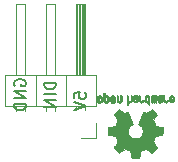
<source format=gbr>
%TF.GenerationSoftware,KiCad,Pcbnew,5.1.9-73d0e3b20d~88~ubuntu20.04.1*%
%TF.CreationDate,2021-04-06T18:29:42+02:00*%
%TF.ProjectId,AB_LED_PCB,41425f4c-4544-45f5-9043-422e6b696361,rev?*%
%TF.SameCoordinates,Original*%
%TF.FileFunction,Legend,Bot*%
%TF.FilePolarity,Positive*%
%FSLAX46Y46*%
G04 Gerber Fmt 4.6, Leading zero omitted, Abs format (unit mm)*
G04 Created by KiCad (PCBNEW 5.1.9-73d0e3b20d~88~ubuntu20.04.1) date 2021-04-06 18:29:42*
%MOMM*%
%LPD*%
G01*
G04 APERTURE LIST*
%ADD10C,0.150000*%
%ADD11C,0.010000*%
%ADD12C,0.120000*%
G04 APERTURE END LIST*
D10*
X154757380Y-99560190D02*
X153757380Y-99560190D01*
X153757380Y-99798285D01*
X153805000Y-99941142D01*
X153900238Y-100036380D01*
X153995476Y-100084000D01*
X154185952Y-100131619D01*
X154328809Y-100131619D01*
X154519285Y-100084000D01*
X154614523Y-100036380D01*
X154709761Y-99941142D01*
X154757380Y-99798285D01*
X154757380Y-99560190D01*
X154757380Y-100560190D02*
X153757380Y-100560190D01*
X154757380Y-101036380D02*
X153757380Y-101036380D01*
X154757380Y-101607809D01*
X153757380Y-101607809D01*
X156297380Y-100901523D02*
X156297380Y-100425333D01*
X156773571Y-100377714D01*
X156725952Y-100425333D01*
X156678333Y-100520571D01*
X156678333Y-100758666D01*
X156725952Y-100853904D01*
X156773571Y-100901523D01*
X156868809Y-100949142D01*
X157106904Y-100949142D01*
X157202142Y-100901523D01*
X157249761Y-100853904D01*
X157297380Y-100758666D01*
X157297380Y-100520571D01*
X157249761Y-100425333D01*
X157202142Y-100377714D01*
X156297380Y-101234857D02*
X157297380Y-101568190D01*
X156297380Y-101901523D01*
X151265000Y-99822095D02*
X151217380Y-99726857D01*
X151217380Y-99584000D01*
X151265000Y-99441142D01*
X151360238Y-99345904D01*
X151455476Y-99298285D01*
X151645952Y-99250666D01*
X151788809Y-99250666D01*
X151979285Y-99298285D01*
X152074523Y-99345904D01*
X152169761Y-99441142D01*
X152217380Y-99584000D01*
X152217380Y-99679238D01*
X152169761Y-99822095D01*
X152122142Y-99869714D01*
X151788809Y-99869714D01*
X151788809Y-99679238D01*
X152217380Y-100298285D02*
X151217380Y-100298285D01*
X152217380Y-100869714D01*
X151217380Y-100869714D01*
X152217380Y-101345904D02*
X151217380Y-101345904D01*
X151217380Y-101584000D01*
X151265000Y-101726857D01*
X151360238Y-101822095D01*
X151455476Y-101869714D01*
X151645952Y-101917333D01*
X151788809Y-101917333D01*
X151979285Y-101869714D01*
X152074523Y-101822095D01*
X152169761Y-101726857D01*
X152217380Y-101584000D01*
X152217380Y-101345904D01*
D11*
%TO.C,SYM1*%
G36*
X161584410Y-105945152D02*
G01*
X161662954Y-105944722D01*
X161719798Y-105943558D01*
X161758605Y-105941293D01*
X161783038Y-105937560D01*
X161796762Y-105931994D01*
X161803440Y-105924227D01*
X161806736Y-105913895D01*
X161807056Y-105912557D01*
X161812062Y-105888421D01*
X161821329Y-105840799D01*
X161833892Y-105774759D01*
X161848787Y-105695372D01*
X161865051Y-105607704D01*
X161865619Y-105604625D01*
X161881910Y-105518711D01*
X161897152Y-105442804D01*
X161910361Y-105381455D01*
X161920554Y-105339218D01*
X161926748Y-105320645D01*
X161927043Y-105320316D01*
X161945288Y-105311247D01*
X161982905Y-105296133D01*
X162031771Y-105278238D01*
X162032043Y-105278142D01*
X162093593Y-105255007D01*
X162166157Y-105225535D01*
X162234557Y-105195903D01*
X162237794Y-105194438D01*
X162349202Y-105143874D01*
X162595899Y-105312340D01*
X162671577Y-105363697D01*
X162740131Y-105409611D01*
X162797588Y-105447470D01*
X162839976Y-105474663D01*
X162863325Y-105488579D01*
X162865542Y-105489611D01*
X162882510Y-105485016D01*
X162914201Y-105462845D01*
X162961852Y-105422053D01*
X163026698Y-105361595D01*
X163092897Y-105297273D01*
X163156714Y-105233888D01*
X163213829Y-105176049D01*
X163260805Y-105127325D01*
X163294203Y-105091290D01*
X163310585Y-105071516D01*
X163311194Y-105070498D01*
X163313005Y-105056928D01*
X163306183Y-105034767D01*
X163289040Y-105001022D01*
X163259893Y-104952700D01*
X163217055Y-104886808D01*
X163159948Y-104801983D01*
X163109266Y-104727323D01*
X163063961Y-104660360D01*
X163026650Y-104604984D01*
X162999952Y-104565080D01*
X162986485Y-104544538D01*
X162985637Y-104543144D01*
X162987281Y-104523462D01*
X162999745Y-104485207D01*
X163020548Y-104435611D01*
X163027962Y-104419772D01*
X163060314Y-104349210D01*
X163094828Y-104269147D01*
X163122865Y-104199871D01*
X163143068Y-104148455D01*
X163159115Y-104109381D01*
X163168388Y-104088959D01*
X163169541Y-104087386D01*
X163186596Y-104084779D01*
X163226798Y-104077637D01*
X163284802Y-104066977D01*
X163355263Y-104053815D01*
X163432835Y-104039167D01*
X163512172Y-104024051D01*
X163587931Y-104009482D01*
X163654764Y-103996478D01*
X163707328Y-103986055D01*
X163740276Y-103979230D01*
X163748357Y-103977301D01*
X163756705Y-103972538D01*
X163763006Y-103961782D01*
X163767545Y-103941402D01*
X163770604Y-103907766D01*
X163772467Y-103857245D01*
X163773418Y-103786208D01*
X163773740Y-103691024D01*
X163773757Y-103652008D01*
X163773757Y-103334701D01*
X163697557Y-103319661D01*
X163655163Y-103311505D01*
X163591900Y-103299601D01*
X163515462Y-103285384D01*
X163433543Y-103270290D01*
X163410900Y-103266145D01*
X163335306Y-103251447D01*
X163269453Y-103236995D01*
X163218866Y-103224125D01*
X163189074Y-103214178D01*
X163184112Y-103211213D01*
X163171926Y-103190217D01*
X163154453Y-103149533D01*
X163135077Y-103097178D01*
X163131234Y-103085900D01*
X163105839Y-103015977D01*
X163074317Y-102937082D01*
X163043469Y-102866234D01*
X163043317Y-102865905D01*
X162991947Y-102754767D01*
X163160899Y-102506247D01*
X163329852Y-102257728D01*
X163112929Y-102040442D01*
X163047319Y-101975774D01*
X162987479Y-101918767D01*
X162936767Y-101872467D01*
X162898546Y-101839916D01*
X162876175Y-101824157D01*
X162872966Y-101823157D01*
X162854126Y-101831031D01*
X162815680Y-101852922D01*
X162761830Y-101886233D01*
X162696776Y-101928369D01*
X162626440Y-101975557D01*
X162555055Y-102023690D01*
X162491408Y-102065572D01*
X162439541Y-102098629D01*
X162403495Y-102120282D01*
X162387367Y-102127957D01*
X162367689Y-102121463D01*
X162330375Y-102104350D01*
X162283121Y-102080174D01*
X162278112Y-102077487D01*
X162214477Y-102045573D01*
X162170841Y-102029921D01*
X162143702Y-102029755D01*
X162129557Y-102044296D01*
X162129475Y-102044500D01*
X162122405Y-102061721D01*
X162105542Y-102102601D01*
X162080195Y-102163975D01*
X162047671Y-102242681D01*
X162009278Y-102335553D01*
X161966322Y-102439428D01*
X161924722Y-102539998D01*
X161879004Y-102650984D01*
X161837026Y-102753797D01*
X161800048Y-102845285D01*
X161769327Y-102922299D01*
X161746122Y-102981685D01*
X161731690Y-103020291D01*
X161727243Y-103034700D01*
X161738396Y-103051228D01*
X161767569Y-103077570D01*
X161806471Y-103106613D01*
X161917257Y-103198461D01*
X162003851Y-103303741D01*
X162065216Y-103420234D01*
X162100315Y-103545724D01*
X162108108Y-103677993D01*
X162102443Y-103739043D01*
X162071578Y-103865705D01*
X162018420Y-103977559D01*
X161946267Y-104073499D01*
X161858417Y-104152424D01*
X161758165Y-104213230D01*
X161648810Y-104254813D01*
X161533647Y-104276072D01*
X161415975Y-104275901D01*
X161299090Y-104253199D01*
X161186289Y-104206862D01*
X161080869Y-104135787D01*
X161036868Y-104095589D01*
X160952479Y-103992371D01*
X160893722Y-103879575D01*
X160860204Y-103760490D01*
X160851535Y-103638405D01*
X160867323Y-103516607D01*
X160907178Y-103398384D01*
X160970707Y-103287025D01*
X161057521Y-103185816D01*
X161154529Y-103106613D01*
X161194937Y-103076338D01*
X161223482Y-103050281D01*
X161233757Y-103034675D01*
X161228377Y-103017657D01*
X161213075Y-102977000D01*
X161189112Y-102915858D01*
X161157744Y-102837381D01*
X161120232Y-102744720D01*
X161077833Y-102641028D01*
X161036163Y-102539974D01*
X160990190Y-102428893D01*
X160947607Y-102325959D01*
X160909721Y-102234335D01*
X160877840Y-102157184D01*
X160853271Y-102097669D01*
X160837320Y-102058956D01*
X160831410Y-102044500D01*
X160817448Y-102029815D01*
X160790440Y-102029858D01*
X160746913Y-102045401D01*
X160683390Y-102077216D01*
X160682888Y-102077487D01*
X160635060Y-102102177D01*
X160596397Y-102120162D01*
X160574595Y-102127886D01*
X160573633Y-102127957D01*
X160557221Y-102120122D01*
X160520987Y-102098335D01*
X160468974Y-102065172D01*
X160405225Y-102023209D01*
X160334560Y-101975557D01*
X160262616Y-101927309D01*
X160197774Y-101885349D01*
X160144235Y-101852273D01*
X160106197Y-101830679D01*
X160088033Y-101823157D01*
X160071308Y-101833043D01*
X160037680Y-101860674D01*
X159990510Y-101903005D01*
X159933158Y-101956995D01*
X159868984Y-102019601D01*
X159847997Y-102040517D01*
X159630999Y-102257877D01*
X159796168Y-102500280D01*
X159846364Y-102574719D01*
X159890419Y-102641528D01*
X159925862Y-102696835D01*
X159950219Y-102736771D01*
X159961022Y-102757464D01*
X159961338Y-102758937D01*
X159955643Y-102778442D01*
X159940326Y-102817678D01*
X159918037Y-102870070D01*
X159902393Y-102905145D01*
X159873141Y-102972299D01*
X159845594Y-103040142D01*
X159824237Y-103097466D01*
X159818435Y-103114928D01*
X159801952Y-103161562D01*
X159785840Y-103197595D01*
X159776990Y-103211213D01*
X159757460Y-103219548D01*
X159714834Y-103231363D01*
X159654645Y-103245319D01*
X159582422Y-103260078D01*
X159550100Y-103266145D01*
X159468022Y-103281227D01*
X159389295Y-103295831D01*
X159321609Y-103308520D01*
X159272660Y-103317858D01*
X159263443Y-103319661D01*
X159187243Y-103334701D01*
X159187243Y-103652008D01*
X159187414Y-103756346D01*
X159188116Y-103835287D01*
X159189634Y-103892462D01*
X159192249Y-103931501D01*
X159196246Y-103956035D01*
X159201909Y-103969695D01*
X159209520Y-103976111D01*
X159212643Y-103977301D01*
X159231478Y-103981520D01*
X159273088Y-103989938D01*
X159332130Y-104001539D01*
X159403257Y-104015305D01*
X159481125Y-104030220D01*
X159560387Y-104045268D01*
X159635698Y-104059431D01*
X159701713Y-104071694D01*
X159753087Y-104081039D01*
X159784475Y-104086450D01*
X159791459Y-104087386D01*
X159797785Y-104099904D01*
X159811790Y-104133254D01*
X159830855Y-104181123D01*
X159838134Y-104199871D01*
X159867496Y-104272305D01*
X159902071Y-104352330D01*
X159933037Y-104419772D01*
X159955823Y-104471341D01*
X159970982Y-104513715D01*
X159976042Y-104539666D01*
X159975236Y-104543144D01*
X159964541Y-104559564D01*
X159940120Y-104596083D01*
X159904595Y-104648813D01*
X159860587Y-104713865D01*
X159810717Y-104787349D01*
X159800856Y-104801855D01*
X159742992Y-104887796D01*
X159700456Y-104953239D01*
X159671554Y-105001196D01*
X159654590Y-105034680D01*
X159647867Y-105056705D01*
X159649690Y-105070283D01*
X159649736Y-105070369D01*
X159664086Y-105088203D01*
X159695823Y-105122683D01*
X159741510Y-105170232D01*
X159797704Y-105227278D01*
X159860968Y-105290245D01*
X159868102Y-105297273D01*
X159947830Y-105374480D01*
X160009357Y-105431170D01*
X160053921Y-105468390D01*
X160082757Y-105487185D01*
X160095458Y-105489611D01*
X160113994Y-105479029D01*
X160152461Y-105454584D01*
X160206886Y-105418888D01*
X160273298Y-105374553D01*
X160347725Y-105324189D01*
X160365101Y-105312340D01*
X160611797Y-105143874D01*
X160723206Y-105194438D01*
X160790957Y-105223905D01*
X160863683Y-105253541D01*
X160926203Y-105277170D01*
X160928957Y-105278142D01*
X160977860Y-105296043D01*
X161015557Y-105311180D01*
X161033925Y-105320290D01*
X161033956Y-105320316D01*
X161039785Y-105336783D01*
X161049692Y-105377281D01*
X161062695Y-105437258D01*
X161077809Y-105512160D01*
X161094052Y-105597436D01*
X161095381Y-105604625D01*
X161111675Y-105692486D01*
X161126633Y-105772240D01*
X161139291Y-105838819D01*
X161148686Y-105887153D01*
X161153854Y-105912175D01*
X161153944Y-105912557D01*
X161157089Y-105923201D01*
X161163204Y-105931238D01*
X161175953Y-105937033D01*
X161199000Y-105940953D01*
X161236009Y-105943365D01*
X161290644Y-105944635D01*
X161366567Y-105945129D01*
X161467444Y-105945214D01*
X161480500Y-105945214D01*
X161584410Y-105945152D01*
G37*
X161584410Y-105945152D02*
X161662954Y-105944722D01*
X161719798Y-105943558D01*
X161758605Y-105941293D01*
X161783038Y-105937560D01*
X161796762Y-105931994D01*
X161803440Y-105924227D01*
X161806736Y-105913895D01*
X161807056Y-105912557D01*
X161812062Y-105888421D01*
X161821329Y-105840799D01*
X161833892Y-105774759D01*
X161848787Y-105695372D01*
X161865051Y-105607704D01*
X161865619Y-105604625D01*
X161881910Y-105518711D01*
X161897152Y-105442804D01*
X161910361Y-105381455D01*
X161920554Y-105339218D01*
X161926748Y-105320645D01*
X161927043Y-105320316D01*
X161945288Y-105311247D01*
X161982905Y-105296133D01*
X162031771Y-105278238D01*
X162032043Y-105278142D01*
X162093593Y-105255007D01*
X162166157Y-105225535D01*
X162234557Y-105195903D01*
X162237794Y-105194438D01*
X162349202Y-105143874D01*
X162595899Y-105312340D01*
X162671577Y-105363697D01*
X162740131Y-105409611D01*
X162797588Y-105447470D01*
X162839976Y-105474663D01*
X162863325Y-105488579D01*
X162865542Y-105489611D01*
X162882510Y-105485016D01*
X162914201Y-105462845D01*
X162961852Y-105422053D01*
X163026698Y-105361595D01*
X163092897Y-105297273D01*
X163156714Y-105233888D01*
X163213829Y-105176049D01*
X163260805Y-105127325D01*
X163294203Y-105091290D01*
X163310585Y-105071516D01*
X163311194Y-105070498D01*
X163313005Y-105056928D01*
X163306183Y-105034767D01*
X163289040Y-105001022D01*
X163259893Y-104952700D01*
X163217055Y-104886808D01*
X163159948Y-104801983D01*
X163109266Y-104727323D01*
X163063961Y-104660360D01*
X163026650Y-104604984D01*
X162999952Y-104565080D01*
X162986485Y-104544538D01*
X162985637Y-104543144D01*
X162987281Y-104523462D01*
X162999745Y-104485207D01*
X163020548Y-104435611D01*
X163027962Y-104419772D01*
X163060314Y-104349210D01*
X163094828Y-104269147D01*
X163122865Y-104199871D01*
X163143068Y-104148455D01*
X163159115Y-104109381D01*
X163168388Y-104088959D01*
X163169541Y-104087386D01*
X163186596Y-104084779D01*
X163226798Y-104077637D01*
X163284802Y-104066977D01*
X163355263Y-104053815D01*
X163432835Y-104039167D01*
X163512172Y-104024051D01*
X163587931Y-104009482D01*
X163654764Y-103996478D01*
X163707328Y-103986055D01*
X163740276Y-103979230D01*
X163748357Y-103977301D01*
X163756705Y-103972538D01*
X163763006Y-103961782D01*
X163767545Y-103941402D01*
X163770604Y-103907766D01*
X163772467Y-103857245D01*
X163773418Y-103786208D01*
X163773740Y-103691024D01*
X163773757Y-103652008D01*
X163773757Y-103334701D01*
X163697557Y-103319661D01*
X163655163Y-103311505D01*
X163591900Y-103299601D01*
X163515462Y-103285384D01*
X163433543Y-103270290D01*
X163410900Y-103266145D01*
X163335306Y-103251447D01*
X163269453Y-103236995D01*
X163218866Y-103224125D01*
X163189074Y-103214178D01*
X163184112Y-103211213D01*
X163171926Y-103190217D01*
X163154453Y-103149533D01*
X163135077Y-103097178D01*
X163131234Y-103085900D01*
X163105839Y-103015977D01*
X163074317Y-102937082D01*
X163043469Y-102866234D01*
X163043317Y-102865905D01*
X162991947Y-102754767D01*
X163160899Y-102506247D01*
X163329852Y-102257728D01*
X163112929Y-102040442D01*
X163047319Y-101975774D01*
X162987479Y-101918767D01*
X162936767Y-101872467D01*
X162898546Y-101839916D01*
X162876175Y-101824157D01*
X162872966Y-101823157D01*
X162854126Y-101831031D01*
X162815680Y-101852922D01*
X162761830Y-101886233D01*
X162696776Y-101928369D01*
X162626440Y-101975557D01*
X162555055Y-102023690D01*
X162491408Y-102065572D01*
X162439541Y-102098629D01*
X162403495Y-102120282D01*
X162387367Y-102127957D01*
X162367689Y-102121463D01*
X162330375Y-102104350D01*
X162283121Y-102080174D01*
X162278112Y-102077487D01*
X162214477Y-102045573D01*
X162170841Y-102029921D01*
X162143702Y-102029755D01*
X162129557Y-102044296D01*
X162129475Y-102044500D01*
X162122405Y-102061721D01*
X162105542Y-102102601D01*
X162080195Y-102163975D01*
X162047671Y-102242681D01*
X162009278Y-102335553D01*
X161966322Y-102439428D01*
X161924722Y-102539998D01*
X161879004Y-102650984D01*
X161837026Y-102753797D01*
X161800048Y-102845285D01*
X161769327Y-102922299D01*
X161746122Y-102981685D01*
X161731690Y-103020291D01*
X161727243Y-103034700D01*
X161738396Y-103051228D01*
X161767569Y-103077570D01*
X161806471Y-103106613D01*
X161917257Y-103198461D01*
X162003851Y-103303741D01*
X162065216Y-103420234D01*
X162100315Y-103545724D01*
X162108108Y-103677993D01*
X162102443Y-103739043D01*
X162071578Y-103865705D01*
X162018420Y-103977559D01*
X161946267Y-104073499D01*
X161858417Y-104152424D01*
X161758165Y-104213230D01*
X161648810Y-104254813D01*
X161533647Y-104276072D01*
X161415975Y-104275901D01*
X161299090Y-104253199D01*
X161186289Y-104206862D01*
X161080869Y-104135787D01*
X161036868Y-104095589D01*
X160952479Y-103992371D01*
X160893722Y-103879575D01*
X160860204Y-103760490D01*
X160851535Y-103638405D01*
X160867323Y-103516607D01*
X160907178Y-103398384D01*
X160970707Y-103287025D01*
X161057521Y-103185816D01*
X161154529Y-103106613D01*
X161194937Y-103076338D01*
X161223482Y-103050281D01*
X161233757Y-103034675D01*
X161228377Y-103017657D01*
X161213075Y-102977000D01*
X161189112Y-102915858D01*
X161157744Y-102837381D01*
X161120232Y-102744720D01*
X161077833Y-102641028D01*
X161036163Y-102539974D01*
X160990190Y-102428893D01*
X160947607Y-102325959D01*
X160909721Y-102234335D01*
X160877840Y-102157184D01*
X160853271Y-102097669D01*
X160837320Y-102058956D01*
X160831410Y-102044500D01*
X160817448Y-102029815D01*
X160790440Y-102029858D01*
X160746913Y-102045401D01*
X160683390Y-102077216D01*
X160682888Y-102077487D01*
X160635060Y-102102177D01*
X160596397Y-102120162D01*
X160574595Y-102127886D01*
X160573633Y-102127957D01*
X160557221Y-102120122D01*
X160520987Y-102098335D01*
X160468974Y-102065172D01*
X160405225Y-102023209D01*
X160334560Y-101975557D01*
X160262616Y-101927309D01*
X160197774Y-101885349D01*
X160144235Y-101852273D01*
X160106197Y-101830679D01*
X160088033Y-101823157D01*
X160071308Y-101833043D01*
X160037680Y-101860674D01*
X159990510Y-101903005D01*
X159933158Y-101956995D01*
X159868984Y-102019601D01*
X159847997Y-102040517D01*
X159630999Y-102257877D01*
X159796168Y-102500280D01*
X159846364Y-102574719D01*
X159890419Y-102641528D01*
X159925862Y-102696835D01*
X159950219Y-102736771D01*
X159961022Y-102757464D01*
X159961338Y-102758937D01*
X159955643Y-102778442D01*
X159940326Y-102817678D01*
X159918037Y-102870070D01*
X159902393Y-102905145D01*
X159873141Y-102972299D01*
X159845594Y-103040142D01*
X159824237Y-103097466D01*
X159818435Y-103114928D01*
X159801952Y-103161562D01*
X159785840Y-103197595D01*
X159776990Y-103211213D01*
X159757460Y-103219548D01*
X159714834Y-103231363D01*
X159654645Y-103245319D01*
X159582422Y-103260078D01*
X159550100Y-103266145D01*
X159468022Y-103281227D01*
X159389295Y-103295831D01*
X159321609Y-103308520D01*
X159272660Y-103317858D01*
X159263443Y-103319661D01*
X159187243Y-103334701D01*
X159187243Y-103652008D01*
X159187414Y-103756346D01*
X159188116Y-103835287D01*
X159189634Y-103892462D01*
X159192249Y-103931501D01*
X159196246Y-103956035D01*
X159201909Y-103969695D01*
X159209520Y-103976111D01*
X159212643Y-103977301D01*
X159231478Y-103981520D01*
X159273088Y-103989938D01*
X159332130Y-104001539D01*
X159403257Y-104015305D01*
X159481125Y-104030220D01*
X159560387Y-104045268D01*
X159635698Y-104059431D01*
X159701713Y-104071694D01*
X159753087Y-104081039D01*
X159784475Y-104086450D01*
X159791459Y-104087386D01*
X159797785Y-104099904D01*
X159811790Y-104133254D01*
X159830855Y-104181123D01*
X159838134Y-104199871D01*
X159867496Y-104272305D01*
X159902071Y-104352330D01*
X159933037Y-104419772D01*
X159955823Y-104471341D01*
X159970982Y-104513715D01*
X159976042Y-104539666D01*
X159975236Y-104543144D01*
X159964541Y-104559564D01*
X159940120Y-104596083D01*
X159904595Y-104648813D01*
X159860587Y-104713865D01*
X159810717Y-104787349D01*
X159800856Y-104801855D01*
X159742992Y-104887796D01*
X159700456Y-104953239D01*
X159671554Y-105001196D01*
X159654590Y-105034680D01*
X159647867Y-105056705D01*
X159649690Y-105070283D01*
X159649736Y-105070369D01*
X159664086Y-105088203D01*
X159695823Y-105122683D01*
X159741510Y-105170232D01*
X159797704Y-105227278D01*
X159860968Y-105290245D01*
X159868102Y-105297273D01*
X159947830Y-105374480D01*
X160009357Y-105431170D01*
X160053921Y-105468390D01*
X160082757Y-105487185D01*
X160095458Y-105489611D01*
X160113994Y-105479029D01*
X160152461Y-105454584D01*
X160206886Y-105418888D01*
X160273298Y-105374553D01*
X160347725Y-105324189D01*
X160365101Y-105312340D01*
X160611797Y-105143874D01*
X160723206Y-105194438D01*
X160790957Y-105223905D01*
X160863683Y-105253541D01*
X160926203Y-105277170D01*
X160928957Y-105278142D01*
X160977860Y-105296043D01*
X161015557Y-105311180D01*
X161033925Y-105320290D01*
X161033956Y-105320316D01*
X161039785Y-105336783D01*
X161049692Y-105377281D01*
X161062695Y-105437258D01*
X161077809Y-105512160D01*
X161094052Y-105597436D01*
X161095381Y-105604625D01*
X161111675Y-105692486D01*
X161126633Y-105772240D01*
X161139291Y-105838819D01*
X161148686Y-105887153D01*
X161153854Y-105912175D01*
X161153944Y-105912557D01*
X161157089Y-105923201D01*
X161163204Y-105931238D01*
X161175953Y-105937033D01*
X161199000Y-105940953D01*
X161236009Y-105943365D01*
X161290644Y-105944635D01*
X161366567Y-105945129D01*
X161467444Y-105945214D01*
X161480500Y-105945214D01*
X161584410Y-105945152D01*
G36*
X164634095Y-101220534D02*
G01*
X164691521Y-101183003D01*
X164719219Y-101149404D01*
X164741162Y-101088436D01*
X164742905Y-101040192D01*
X164738957Y-100975684D01*
X164590186Y-100910566D01*
X164517849Y-100877298D01*
X164470584Y-100850536D01*
X164446007Y-100827356D01*
X164441737Y-100804833D01*
X164455389Y-100780045D01*
X164470443Y-100763614D01*
X164514246Y-100737265D01*
X164561889Y-100735419D01*
X164605645Y-100755954D01*
X164637789Y-100796748D01*
X164643538Y-100811153D01*
X164671076Y-100856144D01*
X164702758Y-100875318D01*
X164746214Y-100891721D01*
X164746214Y-100829534D01*
X164742372Y-100787217D01*
X164727323Y-100751531D01*
X164695780Y-100710557D01*
X164691092Y-100705233D01*
X164656006Y-100668780D01*
X164625847Y-100649217D01*
X164588115Y-100640217D01*
X164556835Y-100637270D01*
X164500885Y-100636535D01*
X164461055Y-100645840D01*
X164436208Y-100659654D01*
X164397156Y-100690033D01*
X164370125Y-100722887D01*
X164353017Y-100764206D01*
X164343738Y-100819979D01*
X164340193Y-100896195D01*
X164339910Y-100934878D01*
X164340872Y-100981253D01*
X164428507Y-100981253D01*
X164429523Y-100956374D01*
X164432056Y-100952300D01*
X164448774Y-100957835D01*
X164484749Y-100972483D01*
X164532831Y-100993310D01*
X164542886Y-100997786D01*
X164603652Y-101028686D01*
X164637132Y-101055843D01*
X164644490Y-101081280D01*
X164626891Y-101107019D01*
X164612356Y-101118391D01*
X164559910Y-101141136D01*
X164510822Y-101137378D01*
X164469727Y-101109616D01*
X164441258Y-101060348D01*
X164432131Y-101021243D01*
X164428507Y-100981253D01*
X164340872Y-100981253D01*
X164341785Y-101025251D01*
X164348696Y-101092116D01*
X164362384Y-101140805D01*
X164384596Y-101176651D01*
X164417074Y-101204987D01*
X164431233Y-101214145D01*
X164495553Y-101237993D01*
X164565973Y-101239494D01*
X164634095Y-101220534D01*
G37*
X164634095Y-101220534D02*
X164691521Y-101183003D01*
X164719219Y-101149404D01*
X164741162Y-101088436D01*
X164742905Y-101040192D01*
X164738957Y-100975684D01*
X164590186Y-100910566D01*
X164517849Y-100877298D01*
X164470584Y-100850536D01*
X164446007Y-100827356D01*
X164441737Y-100804833D01*
X164455389Y-100780045D01*
X164470443Y-100763614D01*
X164514246Y-100737265D01*
X164561889Y-100735419D01*
X164605645Y-100755954D01*
X164637789Y-100796748D01*
X164643538Y-100811153D01*
X164671076Y-100856144D01*
X164702758Y-100875318D01*
X164746214Y-100891721D01*
X164746214Y-100829534D01*
X164742372Y-100787217D01*
X164727323Y-100751531D01*
X164695780Y-100710557D01*
X164691092Y-100705233D01*
X164656006Y-100668780D01*
X164625847Y-100649217D01*
X164588115Y-100640217D01*
X164556835Y-100637270D01*
X164500885Y-100636535D01*
X164461055Y-100645840D01*
X164436208Y-100659654D01*
X164397156Y-100690033D01*
X164370125Y-100722887D01*
X164353017Y-100764206D01*
X164343738Y-100819979D01*
X164340193Y-100896195D01*
X164339910Y-100934878D01*
X164340872Y-100981253D01*
X164428507Y-100981253D01*
X164429523Y-100956374D01*
X164432056Y-100952300D01*
X164448774Y-100957835D01*
X164484749Y-100972483D01*
X164532831Y-100993310D01*
X164542886Y-100997786D01*
X164603652Y-101028686D01*
X164637132Y-101055843D01*
X164644490Y-101081280D01*
X164626891Y-101107019D01*
X164612356Y-101118391D01*
X164559910Y-101141136D01*
X164510822Y-101137378D01*
X164469727Y-101109616D01*
X164441258Y-101060348D01*
X164432131Y-101021243D01*
X164428507Y-100981253D01*
X164340872Y-100981253D01*
X164341785Y-101025251D01*
X164348696Y-101092116D01*
X164362384Y-101140805D01*
X164384596Y-101176651D01*
X164417074Y-101204987D01*
X164431233Y-101214145D01*
X164495553Y-101237993D01*
X164565973Y-101239494D01*
X164634095Y-101220534D01*
G36*
X164133100Y-101228748D02*
G01*
X164150448Y-101221166D01*
X164191856Y-101188372D01*
X164227265Y-101140953D01*
X164249164Y-101090349D01*
X164252729Y-101065402D01*
X164240779Y-101030573D01*
X164214567Y-101012143D01*
X164186464Y-101000984D01*
X164173595Y-100998928D01*
X164167329Y-101013851D01*
X164154956Y-101046325D01*
X164149528Y-101060998D01*
X164119090Y-101111756D01*
X164075020Y-101137073D01*
X164018510Y-101136294D01*
X164014325Y-101135297D01*
X163984155Y-101120993D01*
X163961976Y-101093107D01*
X163946827Y-101048213D01*
X163937750Y-100982885D01*
X163933786Y-100893696D01*
X163933414Y-100846239D01*
X163933230Y-100771429D01*
X163932022Y-100720431D01*
X163928809Y-100688029D01*
X163922609Y-100669005D01*
X163912440Y-100658144D01*
X163897319Y-100650228D01*
X163896446Y-100649830D01*
X163867328Y-100637519D01*
X163852903Y-100632986D01*
X163850686Y-100646691D01*
X163848789Y-100684575D01*
X163847347Y-100741785D01*
X163846498Y-100813473D01*
X163846329Y-100865935D01*
X163847192Y-100967453D01*
X163850570Y-101044468D01*
X163857642Y-101101477D01*
X163869588Y-101142974D01*
X163887590Y-101173457D01*
X163912827Y-101197420D01*
X163937747Y-101214145D01*
X163997671Y-101236403D01*
X164067411Y-101241424D01*
X164133100Y-101228748D01*
G37*
X164133100Y-101228748D02*
X164150448Y-101221166D01*
X164191856Y-101188372D01*
X164227265Y-101140953D01*
X164249164Y-101090349D01*
X164252729Y-101065402D01*
X164240779Y-101030573D01*
X164214567Y-101012143D01*
X164186464Y-101000984D01*
X164173595Y-100998928D01*
X164167329Y-101013851D01*
X164154956Y-101046325D01*
X164149528Y-101060998D01*
X164119090Y-101111756D01*
X164075020Y-101137073D01*
X164018510Y-101136294D01*
X164014325Y-101135297D01*
X163984155Y-101120993D01*
X163961976Y-101093107D01*
X163946827Y-101048213D01*
X163937750Y-100982885D01*
X163933786Y-100893696D01*
X163933414Y-100846239D01*
X163933230Y-100771429D01*
X163932022Y-100720431D01*
X163928809Y-100688029D01*
X163922609Y-100669005D01*
X163912440Y-100658144D01*
X163897319Y-100650228D01*
X163896446Y-100649830D01*
X163867328Y-100637519D01*
X163852903Y-100632986D01*
X163850686Y-100646691D01*
X163848789Y-100684575D01*
X163847347Y-100741785D01*
X163846498Y-100813473D01*
X163846329Y-100865935D01*
X163847192Y-100967453D01*
X163850570Y-101044468D01*
X163857642Y-101101477D01*
X163869588Y-101142974D01*
X163887590Y-101173457D01*
X163912827Y-101197420D01*
X163937747Y-101214145D01*
X163997671Y-101236403D01*
X164067411Y-101241424D01*
X164133100Y-101228748D01*
G36*
X163625376Y-101231165D02*
G01*
X163667167Y-101212156D01*
X163699969Y-101189122D01*
X163724003Y-101163367D01*
X163740597Y-101130142D01*
X163751077Y-101084700D01*
X163756771Y-101022293D01*
X163759007Y-100938173D01*
X163759243Y-100882779D01*
X163759243Y-100666674D01*
X163722274Y-100649830D01*
X163693156Y-100637519D01*
X163678731Y-100632986D01*
X163675972Y-100646475D01*
X163673782Y-100682847D01*
X163672442Y-100735958D01*
X163672157Y-100778128D01*
X163670934Y-100839053D01*
X163667636Y-100887385D01*
X163662821Y-100916982D01*
X163658996Y-100923271D01*
X163633283Y-100916848D01*
X163592918Y-100900375D01*
X163546179Y-100878042D01*
X163501345Y-100854043D01*
X163466693Y-100832570D01*
X163450502Y-100817815D01*
X163450438Y-100817655D01*
X163451830Y-100790348D01*
X163464318Y-100764281D01*
X163486243Y-100743108D01*
X163518243Y-100736026D01*
X163545592Y-100736851D01*
X163584326Y-100737458D01*
X163604658Y-100728384D01*
X163616869Y-100704408D01*
X163618409Y-100699887D01*
X163623703Y-100665694D01*
X163609547Y-100644932D01*
X163572648Y-100635038D01*
X163532789Y-100633208D01*
X163461062Y-100646773D01*
X163423932Y-100666145D01*
X163378076Y-100711655D01*
X163353756Y-100767517D01*
X163351573Y-100826543D01*
X163372129Y-100881547D01*
X163403049Y-100916014D01*
X163433920Y-100935311D01*
X163482442Y-100959741D01*
X163538985Y-100984515D01*
X163548410Y-100988301D01*
X163610519Y-101015709D01*
X163646322Y-101039866D01*
X163657837Y-101063881D01*
X163647080Y-101090865D01*
X163628614Y-101111957D01*
X163584969Y-101137928D01*
X163536946Y-101139876D01*
X163492906Y-101119863D01*
X163461209Y-101079949D01*
X163457049Y-101069652D01*
X163432827Y-101031776D01*
X163397465Y-101003658D01*
X163352843Y-100980583D01*
X163352843Y-101046015D01*
X163355469Y-101085994D01*
X163366730Y-101117503D01*
X163391699Y-101151122D01*
X163415669Y-101177016D01*
X163452941Y-101213683D01*
X163481901Y-101233379D01*
X163513005Y-101241280D01*
X163548213Y-101242586D01*
X163625376Y-101231165D01*
G37*
X163625376Y-101231165D02*
X163667167Y-101212156D01*
X163699969Y-101189122D01*
X163724003Y-101163367D01*
X163740597Y-101130142D01*
X163751077Y-101084700D01*
X163756771Y-101022293D01*
X163759007Y-100938173D01*
X163759243Y-100882779D01*
X163759243Y-100666674D01*
X163722274Y-100649830D01*
X163693156Y-100637519D01*
X163678731Y-100632986D01*
X163675972Y-100646475D01*
X163673782Y-100682847D01*
X163672442Y-100735958D01*
X163672157Y-100778128D01*
X163670934Y-100839053D01*
X163667636Y-100887385D01*
X163662821Y-100916982D01*
X163658996Y-100923271D01*
X163633283Y-100916848D01*
X163592918Y-100900375D01*
X163546179Y-100878042D01*
X163501345Y-100854043D01*
X163466693Y-100832570D01*
X163450502Y-100817815D01*
X163450438Y-100817655D01*
X163451830Y-100790348D01*
X163464318Y-100764281D01*
X163486243Y-100743108D01*
X163518243Y-100736026D01*
X163545592Y-100736851D01*
X163584326Y-100737458D01*
X163604658Y-100728384D01*
X163616869Y-100704408D01*
X163618409Y-100699887D01*
X163623703Y-100665694D01*
X163609547Y-100644932D01*
X163572648Y-100635038D01*
X163532789Y-100633208D01*
X163461062Y-100646773D01*
X163423932Y-100666145D01*
X163378076Y-100711655D01*
X163353756Y-100767517D01*
X163351573Y-100826543D01*
X163372129Y-100881547D01*
X163403049Y-100916014D01*
X163433920Y-100935311D01*
X163482442Y-100959741D01*
X163538985Y-100984515D01*
X163548410Y-100988301D01*
X163610519Y-101015709D01*
X163646322Y-101039866D01*
X163657837Y-101063881D01*
X163647080Y-101090865D01*
X163628614Y-101111957D01*
X163584969Y-101137928D01*
X163536946Y-101139876D01*
X163492906Y-101119863D01*
X163461209Y-101079949D01*
X163457049Y-101069652D01*
X163432827Y-101031776D01*
X163397465Y-101003658D01*
X163352843Y-100980583D01*
X163352843Y-101046015D01*
X163355469Y-101085994D01*
X163366730Y-101117503D01*
X163391699Y-101151122D01*
X163415669Y-101177016D01*
X163452941Y-101213683D01*
X163481901Y-101233379D01*
X163513005Y-101241280D01*
X163548213Y-101242586D01*
X163625376Y-101231165D01*
G36*
X163260333Y-101228837D02*
G01*
X163262548Y-101190650D01*
X163264284Y-101132614D01*
X163265399Y-101059320D01*
X163265757Y-100982445D01*
X163265757Y-100722304D01*
X163219826Y-100676373D01*
X163188175Y-100648071D01*
X163160390Y-100636607D01*
X163122415Y-100637332D01*
X163107340Y-100639179D01*
X163060226Y-100644552D01*
X163021256Y-100647631D01*
X163011757Y-100647915D01*
X162979733Y-100646055D01*
X162933932Y-100641386D01*
X162916174Y-100639179D01*
X162872557Y-100635765D01*
X162843245Y-100643180D01*
X162814180Y-100666073D01*
X162803688Y-100676373D01*
X162757757Y-100722304D01*
X162757757Y-101208898D01*
X162794726Y-101225742D01*
X162826559Y-101238218D01*
X162845183Y-101242586D01*
X162849958Y-101228782D01*
X162854421Y-101190214D01*
X162858275Y-101131144D01*
X162861222Y-101055837D01*
X162862643Y-100992214D01*
X162866614Y-100741843D01*
X162901259Y-100736944D01*
X162932768Y-100740369D01*
X162948208Y-100751459D01*
X162952523Y-100772192D01*
X162956208Y-100816355D01*
X162958969Y-100878354D01*
X162960512Y-100952591D01*
X162960735Y-100990794D01*
X162960957Y-101210717D01*
X163006666Y-101226651D01*
X163039018Y-101237485D01*
X163056615Y-101242538D01*
X163057123Y-101242586D01*
X163058888Y-101228852D01*
X163060829Y-101190770D01*
X163062782Y-101133018D01*
X163064584Y-101060273D01*
X163065843Y-100992214D01*
X163069814Y-100741843D01*
X163156900Y-100741843D01*
X163160896Y-100970260D01*
X163164892Y-101198678D01*
X163207347Y-101220632D01*
X163238692Y-101235707D01*
X163257244Y-101242549D01*
X163257779Y-101242586D01*
X163260333Y-101228837D01*
G37*
X163260333Y-101228837D02*
X163262548Y-101190650D01*
X163264284Y-101132614D01*
X163265399Y-101059320D01*
X163265757Y-100982445D01*
X163265757Y-100722304D01*
X163219826Y-100676373D01*
X163188175Y-100648071D01*
X163160390Y-100636607D01*
X163122415Y-100637332D01*
X163107340Y-100639179D01*
X163060226Y-100644552D01*
X163021256Y-100647631D01*
X163011757Y-100647915D01*
X162979733Y-100646055D01*
X162933932Y-100641386D01*
X162916174Y-100639179D01*
X162872557Y-100635765D01*
X162843245Y-100643180D01*
X162814180Y-100666073D01*
X162803688Y-100676373D01*
X162757757Y-100722304D01*
X162757757Y-101208898D01*
X162794726Y-101225742D01*
X162826559Y-101238218D01*
X162845183Y-101242586D01*
X162849958Y-101228782D01*
X162854421Y-101190214D01*
X162858275Y-101131144D01*
X162861222Y-101055837D01*
X162862643Y-100992214D01*
X162866614Y-100741843D01*
X162901259Y-100736944D01*
X162932768Y-100740369D01*
X162948208Y-100751459D01*
X162952523Y-100772192D01*
X162956208Y-100816355D01*
X162958969Y-100878354D01*
X162960512Y-100952591D01*
X162960735Y-100990794D01*
X162960957Y-101210717D01*
X163006666Y-101226651D01*
X163039018Y-101237485D01*
X163056615Y-101242538D01*
X163057123Y-101242586D01*
X163058888Y-101228852D01*
X163060829Y-101190770D01*
X163062782Y-101133018D01*
X163064584Y-101060273D01*
X163065843Y-100992214D01*
X163069814Y-100741843D01*
X163156900Y-100741843D01*
X163160896Y-100970260D01*
X163164892Y-101198678D01*
X163207347Y-101220632D01*
X163238692Y-101235707D01*
X163257244Y-101242549D01*
X163257779Y-101242586D01*
X163260333Y-101228837D01*
G36*
X162670617Y-101122142D02*
G01*
X162670433Y-101013663D01*
X162669719Y-100930213D01*
X162668175Y-100867796D01*
X162665501Y-100822415D01*
X162661394Y-100790071D01*
X162655555Y-100766767D01*
X162647682Y-100748505D01*
X162641721Y-100738082D01*
X162592355Y-100681555D01*
X162529764Y-100646123D01*
X162460513Y-100633410D01*
X162391168Y-100645037D01*
X162349875Y-100665932D01*
X162306525Y-100702078D01*
X162276981Y-100746224D01*
X162259155Y-100804038D01*
X162250963Y-100881187D01*
X162249802Y-100937786D01*
X162249958Y-100941853D01*
X162351357Y-100941853D01*
X162351976Y-100876950D01*
X162354814Y-100833986D01*
X162361340Y-100805878D01*
X162373023Y-100785547D01*
X162386983Y-100770212D01*
X162433865Y-100740610D01*
X162484201Y-100738081D01*
X162531776Y-100762795D01*
X162535479Y-100766144D01*
X162551283Y-100783565D01*
X162561193Y-100804291D01*
X162566558Y-100835138D01*
X162568728Y-100882923D01*
X162569071Y-100935752D01*
X162568327Y-101002119D01*
X162565248Y-101046394D01*
X162558561Y-101075491D01*
X162546996Y-101096327D01*
X162537513Y-101107393D01*
X162493460Y-101135302D01*
X162442724Y-101138657D01*
X162394296Y-101117341D01*
X162384950Y-101109427D01*
X162369040Y-101091853D01*
X162359110Y-101070913D01*
X162353778Y-101039718D01*
X162351663Y-100991378D01*
X162351357Y-100941853D01*
X162249958Y-100941853D01*
X162253310Y-101028932D01*
X162265226Y-101097414D01*
X162287635Y-101148900D01*
X162322624Y-101189057D01*
X162349875Y-101209639D01*
X162399407Y-101231875D01*
X162456816Y-101242196D01*
X162510182Y-101239433D01*
X162540043Y-101228288D01*
X162551761Y-101225117D01*
X162559537Y-101236943D01*
X162564965Y-101268634D01*
X162569071Y-101316907D01*
X162573567Y-101370671D01*
X162579813Y-101403018D01*
X162591176Y-101421515D01*
X162611028Y-101433730D01*
X162623500Y-101439138D01*
X162670671Y-101458899D01*
X162670617Y-101122142D01*
G37*
X162670617Y-101122142D02*
X162670433Y-101013663D01*
X162669719Y-100930213D01*
X162668175Y-100867796D01*
X162665501Y-100822415D01*
X162661394Y-100790071D01*
X162655555Y-100766767D01*
X162647682Y-100748505D01*
X162641721Y-100738082D01*
X162592355Y-100681555D01*
X162529764Y-100646123D01*
X162460513Y-100633410D01*
X162391168Y-100645037D01*
X162349875Y-100665932D01*
X162306525Y-100702078D01*
X162276981Y-100746224D01*
X162259155Y-100804038D01*
X162250963Y-100881187D01*
X162249802Y-100937786D01*
X162249958Y-100941853D01*
X162351357Y-100941853D01*
X162351976Y-100876950D01*
X162354814Y-100833986D01*
X162361340Y-100805878D01*
X162373023Y-100785547D01*
X162386983Y-100770212D01*
X162433865Y-100740610D01*
X162484201Y-100738081D01*
X162531776Y-100762795D01*
X162535479Y-100766144D01*
X162551283Y-100783565D01*
X162561193Y-100804291D01*
X162566558Y-100835138D01*
X162568728Y-100882923D01*
X162569071Y-100935752D01*
X162568327Y-101002119D01*
X162565248Y-101046394D01*
X162558561Y-101075491D01*
X162546996Y-101096327D01*
X162537513Y-101107393D01*
X162493460Y-101135302D01*
X162442724Y-101138657D01*
X162394296Y-101117341D01*
X162384950Y-101109427D01*
X162369040Y-101091853D01*
X162359110Y-101070913D01*
X162353778Y-101039718D01*
X162351663Y-100991378D01*
X162351357Y-100941853D01*
X162249958Y-100941853D01*
X162253310Y-101028932D01*
X162265226Y-101097414D01*
X162287635Y-101148900D01*
X162322624Y-101189057D01*
X162349875Y-101209639D01*
X162399407Y-101231875D01*
X162456816Y-101242196D01*
X162510182Y-101239433D01*
X162540043Y-101228288D01*
X162551761Y-101225117D01*
X162559537Y-101236943D01*
X162564965Y-101268634D01*
X162569071Y-101316907D01*
X162573567Y-101370671D01*
X162579813Y-101403018D01*
X162591176Y-101421515D01*
X162611028Y-101433730D01*
X162623500Y-101439138D01*
X162670671Y-101458899D01*
X162670617Y-101122142D01*
G36*
X162010426Y-101237745D02*
G01*
X162076358Y-101213416D01*
X162129773Y-101170383D01*
X162150664Y-101140091D01*
X162173439Y-101084506D01*
X162172966Y-101044314D01*
X162149062Y-101017283D01*
X162140217Y-101012687D01*
X162102030Y-100998356D01*
X162082528Y-101002028D01*
X162075922Y-101026093D01*
X162075586Y-101039386D01*
X162063492Y-101088290D01*
X162031971Y-101122501D01*
X161988159Y-101139024D01*
X161939195Y-101134866D01*
X161899394Y-101113273D01*
X161885950Y-101100956D01*
X161876421Y-101086013D01*
X161869985Y-101063425D01*
X161865817Y-101028172D01*
X161863097Y-100975234D01*
X161861002Y-100899593D01*
X161860460Y-100875643D01*
X161858481Y-100793710D01*
X161856231Y-100736045D01*
X161852857Y-100697892D01*
X161847506Y-100674496D01*
X161839324Y-100661102D01*
X161827459Y-100652955D01*
X161819862Y-100649356D01*
X161787602Y-100637048D01*
X161768611Y-100632986D01*
X161762336Y-100646552D01*
X161758506Y-100687566D01*
X161757100Y-100756501D01*
X161758098Y-100853831D01*
X161758408Y-100868843D01*
X161760601Y-100957641D01*
X161763193Y-101022481D01*
X161766882Y-101068433D01*
X161772364Y-101100565D01*
X161780335Y-101123947D01*
X161791493Y-101143648D01*
X161797330Y-101152090D01*
X161830796Y-101189443D01*
X161868227Y-101218497D01*
X161872809Y-101221033D01*
X161939926Y-101241057D01*
X162010426Y-101237745D01*
G37*
X162010426Y-101237745D02*
X162076358Y-101213416D01*
X162129773Y-101170383D01*
X162150664Y-101140091D01*
X162173439Y-101084506D01*
X162172966Y-101044314D01*
X162149062Y-101017283D01*
X162140217Y-101012687D01*
X162102030Y-100998356D01*
X162082528Y-101002028D01*
X162075922Y-101026093D01*
X162075586Y-101039386D01*
X162063492Y-101088290D01*
X162031971Y-101122501D01*
X161988159Y-101139024D01*
X161939195Y-101134866D01*
X161899394Y-101113273D01*
X161885950Y-101100956D01*
X161876421Y-101086013D01*
X161869985Y-101063425D01*
X161865817Y-101028172D01*
X161863097Y-100975234D01*
X161861002Y-100899593D01*
X161860460Y-100875643D01*
X161858481Y-100793710D01*
X161856231Y-100736045D01*
X161852857Y-100697892D01*
X161847506Y-100674496D01*
X161839324Y-100661102D01*
X161827459Y-100652955D01*
X161819862Y-100649356D01*
X161787602Y-100637048D01*
X161768611Y-100632986D01*
X161762336Y-100646552D01*
X161758506Y-100687566D01*
X161757100Y-100756501D01*
X161758098Y-100853831D01*
X161758408Y-100868843D01*
X161760601Y-100957641D01*
X161763193Y-101022481D01*
X161766882Y-101068433D01*
X161772364Y-101100565D01*
X161780335Y-101123947D01*
X161791493Y-101143648D01*
X161797330Y-101152090D01*
X161830796Y-101189443D01*
X161868227Y-101218497D01*
X161872809Y-101221033D01*
X161939926Y-101241057D01*
X162010426Y-101237745D01*
G36*
X161520244Y-101236532D02*
G01*
X161577116Y-101215413D01*
X161577767Y-101215007D01*
X161612940Y-101189120D01*
X161638907Y-101158867D01*
X161657170Y-101119442D01*
X161669232Y-101066038D01*
X161676596Y-100993849D01*
X161680764Y-100898068D01*
X161681129Y-100884422D01*
X161686376Y-100678658D01*
X161642216Y-100655822D01*
X161610263Y-100640390D01*
X161590970Y-100633077D01*
X161590078Y-100632986D01*
X161586739Y-100646478D01*
X161584087Y-100682874D01*
X161582456Y-100736048D01*
X161582100Y-100779107D01*
X161582092Y-100848859D01*
X161578903Y-100892663D01*
X161567788Y-100913556D01*
X161544001Y-100914575D01*
X161502796Y-100898759D01*
X161440586Y-100869685D01*
X161394841Y-100845537D01*
X161371313Y-100824587D01*
X161364396Y-100801753D01*
X161364386Y-100800623D01*
X161375799Y-100761288D01*
X161409592Y-100740038D01*
X161461309Y-100736961D01*
X161498561Y-100737494D01*
X161518203Y-100726765D01*
X161530452Y-100700995D01*
X161537502Y-100668163D01*
X161527342Y-100649534D01*
X161523517Y-100646868D01*
X161487501Y-100636160D01*
X161437066Y-100634644D01*
X161385126Y-100641741D01*
X161348322Y-100654712D01*
X161297438Y-100697915D01*
X161268514Y-100758054D01*
X161262786Y-100805038D01*
X161267157Y-100847418D01*
X161282975Y-100882012D01*
X161314297Y-100912737D01*
X161365178Y-100943510D01*
X161439676Y-100978248D01*
X161444214Y-100980212D01*
X161511321Y-101011213D01*
X161552732Y-101036638D01*
X161570481Y-101059486D01*
X161566607Y-101082755D01*
X161543143Y-101109444D01*
X161536127Y-101115586D01*
X161489130Y-101139400D01*
X161440433Y-101138397D01*
X161398022Y-101115049D01*
X161369884Y-101071825D01*
X161367269Y-101063340D01*
X161341808Y-101022192D01*
X161309501Y-101002372D01*
X161262786Y-100982730D01*
X161262786Y-101033550D01*
X161276996Y-101107418D01*
X161319175Y-101175173D01*
X161341124Y-101197839D01*
X161391017Y-101226931D01*
X161454467Y-101240100D01*
X161520244Y-101236532D01*
G37*
X161520244Y-101236532D02*
X161577116Y-101215413D01*
X161577767Y-101215007D01*
X161612940Y-101189120D01*
X161638907Y-101158867D01*
X161657170Y-101119442D01*
X161669232Y-101066038D01*
X161676596Y-100993849D01*
X161680764Y-100898068D01*
X161681129Y-100884422D01*
X161686376Y-100678658D01*
X161642216Y-100655822D01*
X161610263Y-100640390D01*
X161590970Y-100633077D01*
X161590078Y-100632986D01*
X161586739Y-100646478D01*
X161584087Y-100682874D01*
X161582456Y-100736048D01*
X161582100Y-100779107D01*
X161582092Y-100848859D01*
X161578903Y-100892663D01*
X161567788Y-100913556D01*
X161544001Y-100914575D01*
X161502796Y-100898759D01*
X161440586Y-100869685D01*
X161394841Y-100845537D01*
X161371313Y-100824587D01*
X161364396Y-100801753D01*
X161364386Y-100800623D01*
X161375799Y-100761288D01*
X161409592Y-100740038D01*
X161461309Y-100736961D01*
X161498561Y-100737494D01*
X161518203Y-100726765D01*
X161530452Y-100700995D01*
X161537502Y-100668163D01*
X161527342Y-100649534D01*
X161523517Y-100646868D01*
X161487501Y-100636160D01*
X161437066Y-100634644D01*
X161385126Y-100641741D01*
X161348322Y-100654712D01*
X161297438Y-100697915D01*
X161268514Y-100758054D01*
X161262786Y-100805038D01*
X161267157Y-100847418D01*
X161282975Y-100882012D01*
X161314297Y-100912737D01*
X161365178Y-100943510D01*
X161439676Y-100978248D01*
X161444214Y-100980212D01*
X161511321Y-101011213D01*
X161552732Y-101036638D01*
X161570481Y-101059486D01*
X161566607Y-101082755D01*
X161543143Y-101109444D01*
X161536127Y-101115586D01*
X161489130Y-101139400D01*
X161440433Y-101138397D01*
X161398022Y-101115049D01*
X161369884Y-101071825D01*
X161367269Y-101063340D01*
X161341808Y-101022192D01*
X161309501Y-101002372D01*
X161262786Y-100982730D01*
X161262786Y-101033550D01*
X161276996Y-101107418D01*
X161319175Y-101175173D01*
X161341124Y-101197839D01*
X161391017Y-101226931D01*
X161454467Y-101240100D01*
X161520244Y-101236532D01*
G36*
X160856386Y-101336211D02*
G01*
X160860639Y-101276887D01*
X160865525Y-101241928D01*
X160872295Y-101226680D01*
X160882202Y-101226485D01*
X160885414Y-101228305D01*
X160928144Y-101241485D01*
X160983727Y-101240715D01*
X161040237Y-101227167D01*
X161075582Y-101209639D01*
X161111821Y-101181639D01*
X161138313Y-101149951D01*
X161156499Y-101109687D01*
X161167822Y-101055957D01*
X161173722Y-100983874D01*
X161175643Y-100888549D01*
X161175677Y-100870263D01*
X161175700Y-100664854D01*
X161129991Y-100648920D01*
X161097527Y-100638080D01*
X161079715Y-100633032D01*
X161079191Y-100632986D01*
X161077437Y-100646672D01*
X161075944Y-100684424D01*
X161074826Y-100741276D01*
X161074197Y-100812266D01*
X161074100Y-100855427D01*
X161073898Y-100940527D01*
X161072858Y-101001519D01*
X161070331Y-101043323D01*
X161065664Y-101070858D01*
X161058207Y-101089044D01*
X161047311Y-101102802D01*
X161040507Y-101109427D01*
X160993772Y-101136125D01*
X160942772Y-101138125D01*
X160896501Y-101115545D01*
X160887944Y-101107393D01*
X160875393Y-101092064D01*
X160866688Y-101073882D01*
X160861131Y-101047591D01*
X160858026Y-101007938D01*
X160856676Y-100949668D01*
X160856386Y-100869327D01*
X160856386Y-100664854D01*
X160810677Y-100648920D01*
X160778213Y-100638080D01*
X160760401Y-100633032D01*
X160759877Y-100632986D01*
X160758537Y-100646877D01*
X160757328Y-100686061D01*
X160756301Y-100746800D01*
X160755502Y-100825359D01*
X160754981Y-100918002D01*
X160754786Y-101020991D01*
X160754786Y-101418158D01*
X160801957Y-101438056D01*
X160849129Y-101457953D01*
X160856386Y-101336211D01*
G37*
X160856386Y-101336211D02*
X160860639Y-101276887D01*
X160865525Y-101241928D01*
X160872295Y-101226680D01*
X160882202Y-101226485D01*
X160885414Y-101228305D01*
X160928144Y-101241485D01*
X160983727Y-101240715D01*
X161040237Y-101227167D01*
X161075582Y-101209639D01*
X161111821Y-101181639D01*
X161138313Y-101149951D01*
X161156499Y-101109687D01*
X161167822Y-101055957D01*
X161173722Y-100983874D01*
X161175643Y-100888549D01*
X161175677Y-100870263D01*
X161175700Y-100664854D01*
X161129991Y-100648920D01*
X161097527Y-100638080D01*
X161079715Y-100633032D01*
X161079191Y-100632986D01*
X161077437Y-100646672D01*
X161075944Y-100684424D01*
X161074826Y-100741276D01*
X161074197Y-100812266D01*
X161074100Y-100855427D01*
X161073898Y-100940527D01*
X161072858Y-101001519D01*
X161070331Y-101043323D01*
X161065664Y-101070858D01*
X161058207Y-101089044D01*
X161047311Y-101102802D01*
X161040507Y-101109427D01*
X160993772Y-101136125D01*
X160942772Y-101138125D01*
X160896501Y-101115545D01*
X160887944Y-101107393D01*
X160875393Y-101092064D01*
X160866688Y-101073882D01*
X160861131Y-101047591D01*
X160858026Y-101007938D01*
X160856676Y-100949668D01*
X160856386Y-100869327D01*
X160856386Y-100664854D01*
X160810677Y-100648920D01*
X160778213Y-100638080D01*
X160760401Y-100633032D01*
X160759877Y-100632986D01*
X160758537Y-100646877D01*
X160757328Y-100686061D01*
X160756301Y-100746800D01*
X160755502Y-100825359D01*
X160754981Y-100918002D01*
X160754786Y-101020991D01*
X160754786Y-101418158D01*
X160801957Y-101438056D01*
X160849129Y-101457953D01*
X160856386Y-101336211D01*
G36*
X159648803Y-101256261D02*
G01*
X159706027Y-101217765D01*
X159750249Y-101162165D01*
X159776667Y-101091414D01*
X159782010Y-101039338D01*
X159781403Y-101017607D01*
X159776322Y-101000969D01*
X159762355Y-100986063D01*
X159735089Y-100969527D01*
X159690112Y-100948002D01*
X159623011Y-100918126D01*
X159622671Y-100917976D01*
X159560907Y-100889687D01*
X159510259Y-100864567D01*
X159475904Y-100845321D01*
X159463018Y-100834652D01*
X159463014Y-100834566D01*
X159474372Y-100811334D01*
X159500931Y-100785726D01*
X159531423Y-100767279D01*
X159546870Y-100763614D01*
X159589015Y-100776288D01*
X159625308Y-100808029D01*
X159643017Y-100842928D01*
X159660052Y-100868655D01*
X159693422Y-100897954D01*
X159732649Y-100923265D01*
X159767256Y-100937029D01*
X159774493Y-100937786D01*
X159782639Y-100925340D01*
X159783130Y-100893528D01*
X159777143Y-100850634D01*
X159765857Y-100804942D01*
X159750450Y-100764739D01*
X159749671Y-100763178D01*
X159703304Y-100698438D01*
X159643211Y-100654403D01*
X159574965Y-100632789D01*
X159504138Y-100635315D01*
X159436304Y-100663696D01*
X159433288Y-100665692D01*
X159379927Y-100714052D01*
X159344840Y-100777148D01*
X159325422Y-100860113D01*
X159322816Y-100883422D01*
X159318201Y-100993445D01*
X159323733Y-101044752D01*
X159463014Y-101044752D01*
X159464824Y-101012747D01*
X159474722Y-101003407D01*
X159499398Y-101010395D01*
X159538295Y-101026913D01*
X159581775Y-101047619D01*
X159582856Y-101048167D01*
X159619709Y-101067551D01*
X159634500Y-101080487D01*
X159630853Y-101094049D01*
X159615495Y-101111868D01*
X159576423Y-101137655D01*
X159534346Y-101139550D01*
X159496603Y-101120783D01*
X159470534Y-101084585D01*
X159463014Y-101044752D01*
X159323733Y-101044752D01*
X159327694Y-101081473D01*
X159352050Y-101151288D01*
X159385956Y-101200198D01*
X159447153Y-101249622D01*
X159514563Y-101274141D01*
X159583380Y-101275703D01*
X159648803Y-101256261D01*
G37*
X159648803Y-101256261D02*
X159706027Y-101217765D01*
X159750249Y-101162165D01*
X159776667Y-101091414D01*
X159782010Y-101039338D01*
X159781403Y-101017607D01*
X159776322Y-101000969D01*
X159762355Y-100986063D01*
X159735089Y-100969527D01*
X159690112Y-100948002D01*
X159623011Y-100918126D01*
X159622671Y-100917976D01*
X159560907Y-100889687D01*
X159510259Y-100864567D01*
X159475904Y-100845321D01*
X159463018Y-100834652D01*
X159463014Y-100834566D01*
X159474372Y-100811334D01*
X159500931Y-100785726D01*
X159531423Y-100767279D01*
X159546870Y-100763614D01*
X159589015Y-100776288D01*
X159625308Y-100808029D01*
X159643017Y-100842928D01*
X159660052Y-100868655D01*
X159693422Y-100897954D01*
X159732649Y-100923265D01*
X159767256Y-100937029D01*
X159774493Y-100937786D01*
X159782639Y-100925340D01*
X159783130Y-100893528D01*
X159777143Y-100850634D01*
X159765857Y-100804942D01*
X159750450Y-100764739D01*
X159749671Y-100763178D01*
X159703304Y-100698438D01*
X159643211Y-100654403D01*
X159574965Y-100632789D01*
X159504138Y-100635315D01*
X159436304Y-100663696D01*
X159433288Y-100665692D01*
X159379927Y-100714052D01*
X159344840Y-100777148D01*
X159325422Y-100860113D01*
X159322816Y-100883422D01*
X159318201Y-100993445D01*
X159323733Y-101044752D01*
X159463014Y-101044752D01*
X159464824Y-101012747D01*
X159474722Y-101003407D01*
X159499398Y-101010395D01*
X159538295Y-101026913D01*
X159581775Y-101047619D01*
X159582856Y-101048167D01*
X159619709Y-101067551D01*
X159634500Y-101080487D01*
X159630853Y-101094049D01*
X159615495Y-101111868D01*
X159576423Y-101137655D01*
X159534346Y-101139550D01*
X159496603Y-101120783D01*
X159470534Y-101084585D01*
X159463014Y-101044752D01*
X159323733Y-101044752D01*
X159327694Y-101081473D01*
X159352050Y-101151288D01*
X159385956Y-101200198D01*
X159447153Y-101249622D01*
X159514563Y-101274141D01*
X159583380Y-101275703D01*
X159648803Y-101256261D01*
G36*
X158521615Y-101265538D02*
G01*
X158589645Y-101229767D01*
X158639851Y-101172199D01*
X158657685Y-101135188D01*
X158671563Y-101079618D01*
X158678667Y-101009404D01*
X158679340Y-100932773D01*
X158673927Y-100857948D01*
X158662770Y-100793158D01*
X158646214Y-100746627D01*
X158641126Y-100738613D01*
X158580855Y-100678793D01*
X158509269Y-100642965D01*
X158431592Y-100632480D01*
X158353048Y-100648690D01*
X158331189Y-100658408D01*
X158288622Y-100688357D01*
X158251263Y-100728067D01*
X158247732Y-100733103D01*
X158233381Y-100757376D01*
X158223894Y-100783322D01*
X158218290Y-100817478D01*
X158215586Y-100866381D01*
X158214799Y-100936565D01*
X158214786Y-100952300D01*
X158214822Y-100957308D01*
X158359929Y-100957308D01*
X158360773Y-100891070D01*
X158364096Y-100847114D01*
X158371083Y-100818721D01*
X158382916Y-100799175D01*
X158388957Y-100792643D01*
X158423686Y-100767820D01*
X158457403Y-100768952D01*
X158491495Y-100790484D01*
X158511829Y-100813471D01*
X158523871Y-100847022D01*
X158530634Y-100899931D01*
X158531098Y-100906101D01*
X158532252Y-101001987D01*
X158520188Y-101073201D01*
X158495070Y-101119306D01*
X158457060Y-101139865D01*
X158443492Y-101140986D01*
X158407864Y-101135348D01*
X158383494Y-101115814D01*
X158368593Y-101078458D01*
X158361375Y-101019350D01*
X158359929Y-100957308D01*
X158214822Y-100957308D01*
X158215326Y-101027087D01*
X158217596Y-101079341D01*
X158222568Y-101115551D01*
X158231213Y-101142201D01*
X158244505Y-101165778D01*
X158247443Y-101170162D01*
X158296813Y-101229251D01*
X158350609Y-101263553D01*
X158416102Y-101277169D01*
X158438342Y-101277835D01*
X158521615Y-101265538D01*
G37*
X158521615Y-101265538D02*
X158589645Y-101229767D01*
X158639851Y-101172199D01*
X158657685Y-101135188D01*
X158671563Y-101079618D01*
X158678667Y-101009404D01*
X158679340Y-100932773D01*
X158673927Y-100857948D01*
X158662770Y-100793158D01*
X158646214Y-100746627D01*
X158641126Y-100738613D01*
X158580855Y-100678793D01*
X158509269Y-100642965D01*
X158431592Y-100632480D01*
X158353048Y-100648690D01*
X158331189Y-100658408D01*
X158288622Y-100688357D01*
X158251263Y-100728067D01*
X158247732Y-100733103D01*
X158233381Y-100757376D01*
X158223894Y-100783322D01*
X158218290Y-100817478D01*
X158215586Y-100866381D01*
X158214799Y-100936565D01*
X158214786Y-100952300D01*
X158214822Y-100957308D01*
X158359929Y-100957308D01*
X158360773Y-100891070D01*
X158364096Y-100847114D01*
X158371083Y-100818721D01*
X158382916Y-100799175D01*
X158388957Y-100792643D01*
X158423686Y-100767820D01*
X158457403Y-100768952D01*
X158491495Y-100790484D01*
X158511829Y-100813471D01*
X158523871Y-100847022D01*
X158530634Y-100899931D01*
X158531098Y-100906101D01*
X158532252Y-101001987D01*
X158520188Y-101073201D01*
X158495070Y-101119306D01*
X158457060Y-101139865D01*
X158443492Y-101140986D01*
X158407864Y-101135348D01*
X158383494Y-101115814D01*
X158368593Y-101078458D01*
X158361375Y-101019350D01*
X158359929Y-100957308D01*
X158214822Y-100957308D01*
X158215326Y-101027087D01*
X158217596Y-101079341D01*
X158222568Y-101115551D01*
X158231213Y-101142201D01*
X158244505Y-101165778D01*
X158247443Y-101170162D01*
X158296813Y-101229251D01*
X158350609Y-101263553D01*
X158416102Y-101277169D01*
X158438342Y-101277835D01*
X158521615Y-101265538D01*
G36*
X160196593Y-101259720D02*
G01*
X160243172Y-101232777D01*
X160275557Y-101206034D01*
X160299242Y-101178016D01*
X160315559Y-101143752D01*
X160325839Y-101098273D01*
X160331414Y-101036608D01*
X160333616Y-100953789D01*
X160333871Y-100894254D01*
X160333871Y-100675109D01*
X160272186Y-100647456D01*
X160210500Y-100619803D01*
X160203243Y-100859830D01*
X160200244Y-100949472D01*
X160197098Y-101014538D01*
X160193201Y-101059474D01*
X160187947Y-101088730D01*
X160180731Y-101106752D01*
X160170950Y-101117989D01*
X160167812Y-101120421D01*
X160120261Y-101139417D01*
X160072197Y-101131900D01*
X160043586Y-101111957D01*
X160031947Y-101097825D01*
X160023891Y-101079280D01*
X160018771Y-101051166D01*
X160015941Y-101008327D01*
X160014756Y-100945605D01*
X160014557Y-100880239D01*
X160014518Y-100798232D01*
X160013114Y-100740184D01*
X160008414Y-100701035D01*
X159998487Y-100675720D01*
X159981403Y-100659177D01*
X159955232Y-100646344D01*
X159920275Y-100633009D01*
X159882096Y-100618493D01*
X159886641Y-100876111D01*
X159888471Y-100968981D01*
X159890612Y-101037611D01*
X159893681Y-101086789D01*
X159898294Y-101121302D01*
X159905068Y-101145938D01*
X159914619Y-101165484D01*
X159926134Y-101182730D01*
X159981690Y-101237820D01*
X160049480Y-101269678D01*
X160123213Y-101277309D01*
X160196593Y-101259720D01*
G37*
X160196593Y-101259720D02*
X160243172Y-101232777D01*
X160275557Y-101206034D01*
X160299242Y-101178016D01*
X160315559Y-101143752D01*
X160325839Y-101098273D01*
X160331414Y-101036608D01*
X160333616Y-100953789D01*
X160333871Y-100894254D01*
X160333871Y-100675109D01*
X160272186Y-100647456D01*
X160210500Y-100619803D01*
X160203243Y-100859830D01*
X160200244Y-100949472D01*
X160197098Y-101014538D01*
X160193201Y-101059474D01*
X160187947Y-101088730D01*
X160180731Y-101106752D01*
X160170950Y-101117989D01*
X160167812Y-101120421D01*
X160120261Y-101139417D01*
X160072197Y-101131900D01*
X160043586Y-101111957D01*
X160031947Y-101097825D01*
X160023891Y-101079280D01*
X160018771Y-101051166D01*
X160015941Y-101008327D01*
X160014756Y-100945605D01*
X160014557Y-100880239D01*
X160014518Y-100798232D01*
X160013114Y-100740184D01*
X160008414Y-100701035D01*
X159998487Y-100675720D01*
X159981403Y-100659177D01*
X159955232Y-100646344D01*
X159920275Y-100633009D01*
X159882096Y-100618493D01*
X159886641Y-100876111D01*
X159888471Y-100968981D01*
X159890612Y-101037611D01*
X159893681Y-101086789D01*
X159898294Y-101121302D01*
X159905068Y-101145938D01*
X159914619Y-101165484D01*
X159926134Y-101182730D01*
X159981690Y-101237820D01*
X160049480Y-101269678D01*
X160123213Y-101277309D01*
X160196593Y-101259720D01*
G36*
X159080244Y-101267582D02*
G01*
X159135701Y-101239932D01*
X159184648Y-101189020D01*
X159198129Y-101170162D01*
X159212814Y-101145485D01*
X159222342Y-101118684D01*
X159227793Y-101082913D01*
X159230247Y-101031331D01*
X159230786Y-100963233D01*
X159228352Y-100869912D01*
X159219894Y-100799843D01*
X159203674Y-100747569D01*
X159177954Y-100707631D01*
X159140997Y-100674571D01*
X159138282Y-100672614D01*
X159101860Y-100652592D01*
X159058002Y-100642685D01*
X159002224Y-100640243D01*
X158911548Y-100640243D01*
X158911510Y-100552217D01*
X158910666Y-100503192D01*
X158905524Y-100474435D01*
X158892087Y-100457189D01*
X158866358Y-100442692D01*
X158860179Y-100439731D01*
X158831264Y-100425852D01*
X158808876Y-100417086D01*
X158792229Y-100416329D01*
X158780536Y-100426477D01*
X158773010Y-100450427D01*
X158768866Y-100491074D01*
X158767315Y-100551314D01*
X158767571Y-100634045D01*
X158768849Y-100742161D01*
X158769248Y-100774500D01*
X158770685Y-100885976D01*
X158771972Y-100958897D01*
X158911471Y-100958897D01*
X158912255Y-100897001D01*
X158915740Y-100856503D01*
X158923624Y-100829792D01*
X158937605Y-100809256D01*
X158947097Y-100799240D01*
X158985904Y-100769933D01*
X159020263Y-100767548D01*
X159055716Y-100791750D01*
X159056614Y-100792643D01*
X159071039Y-100811347D01*
X159079813Y-100836768D01*
X159084239Y-100875916D01*
X159085618Y-100935803D01*
X159085643Y-100949070D01*
X159082312Y-101031599D01*
X159071469Y-101088809D01*
X159051840Y-101123734D01*
X159022150Y-101139406D01*
X159004991Y-101140986D01*
X158964266Y-101133574D01*
X158936332Y-101109170D01*
X158919517Y-101064520D01*
X158912150Y-100996370D01*
X158911471Y-100958897D01*
X158771972Y-100958897D01*
X158772208Y-100972255D01*
X158774177Y-101037167D01*
X158776950Y-101084542D01*
X158780888Y-101118210D01*
X158786349Y-101142002D01*
X158793692Y-101159747D01*
X158803277Y-101175276D01*
X158807387Y-101181119D01*
X158861905Y-101236315D01*
X158930836Y-101267610D01*
X159010572Y-101276335D01*
X159080244Y-101267582D01*
G37*
X159080244Y-101267582D02*
X159135701Y-101239932D01*
X159184648Y-101189020D01*
X159198129Y-101170162D01*
X159212814Y-101145485D01*
X159222342Y-101118684D01*
X159227793Y-101082913D01*
X159230247Y-101031331D01*
X159230786Y-100963233D01*
X159228352Y-100869912D01*
X159219894Y-100799843D01*
X159203674Y-100747569D01*
X159177954Y-100707631D01*
X159140997Y-100674571D01*
X159138282Y-100672614D01*
X159101860Y-100652592D01*
X159058002Y-100642685D01*
X159002224Y-100640243D01*
X158911548Y-100640243D01*
X158911510Y-100552217D01*
X158910666Y-100503192D01*
X158905524Y-100474435D01*
X158892087Y-100457189D01*
X158866358Y-100442692D01*
X158860179Y-100439731D01*
X158831264Y-100425852D01*
X158808876Y-100417086D01*
X158792229Y-100416329D01*
X158780536Y-100426477D01*
X158773010Y-100450427D01*
X158768866Y-100491074D01*
X158767315Y-100551314D01*
X158767571Y-100634045D01*
X158768849Y-100742161D01*
X158769248Y-100774500D01*
X158770685Y-100885976D01*
X158771972Y-100958897D01*
X158911471Y-100958897D01*
X158912255Y-100897001D01*
X158915740Y-100856503D01*
X158923624Y-100829792D01*
X158937605Y-100809256D01*
X158947097Y-100799240D01*
X158985904Y-100769933D01*
X159020263Y-100767548D01*
X159055716Y-100791750D01*
X159056614Y-100792643D01*
X159071039Y-100811347D01*
X159079813Y-100836768D01*
X159084239Y-100875916D01*
X159085618Y-100935803D01*
X159085643Y-100949070D01*
X159082312Y-101031599D01*
X159071469Y-101088809D01*
X159051840Y-101123734D01*
X159022150Y-101139406D01*
X159004991Y-101140986D01*
X158964266Y-101133574D01*
X158936332Y-101109170D01*
X158919517Y-101064520D01*
X158912150Y-100996370D01*
X158911471Y-100958897D01*
X158771972Y-100958897D01*
X158772208Y-100972255D01*
X158774177Y-101037167D01*
X158776950Y-101084542D01*
X158780888Y-101118210D01*
X158786349Y-101142002D01*
X158793692Y-101159747D01*
X158803277Y-101175276D01*
X158807387Y-101181119D01*
X158861905Y-101236315D01*
X158930836Y-101267610D01*
X159010572Y-101276335D01*
X159080244Y-101267582D01*
D12*
%TO.C,J1*%
X158175000Y-101557000D02*
X150435000Y-101557000D01*
X150435000Y-101557000D02*
X150435000Y-98897000D01*
X150435000Y-98897000D02*
X158175000Y-98897000D01*
X158175000Y-98897000D02*
X158175000Y-101557000D01*
X157225000Y-98897000D02*
X157225000Y-92897000D01*
X157225000Y-92897000D02*
X156465000Y-92897000D01*
X156465000Y-92897000D02*
X156465000Y-98897000D01*
X157165000Y-98897000D02*
X157165000Y-92897000D01*
X157045000Y-98897000D02*
X157045000Y-92897000D01*
X156925000Y-98897000D02*
X156925000Y-92897000D01*
X156805000Y-98897000D02*
X156805000Y-92897000D01*
X156685000Y-98897000D02*
X156685000Y-92897000D01*
X156565000Y-98897000D02*
X156565000Y-92897000D01*
X157225000Y-101887000D02*
X157225000Y-101557000D01*
X156465000Y-101887000D02*
X156465000Y-101557000D01*
X155575000Y-101557000D02*
X155575000Y-98897000D01*
X154685000Y-98897000D02*
X154685000Y-92897000D01*
X154685000Y-92897000D02*
X153925000Y-92897000D01*
X153925000Y-92897000D02*
X153925000Y-98897000D01*
X154685000Y-101954071D02*
X154685000Y-101557000D01*
X153925000Y-101954071D02*
X153925000Y-101557000D01*
X153035000Y-101557000D02*
X153035000Y-98897000D01*
X152145000Y-98897000D02*
X152145000Y-92897000D01*
X152145000Y-92897000D02*
X151385000Y-92897000D01*
X151385000Y-92897000D02*
X151385000Y-98897000D01*
X152145000Y-101954071D02*
X152145000Y-101557000D01*
X151385000Y-101954071D02*
X151385000Y-101557000D01*
X156845000Y-104267000D02*
X158115000Y-104267000D01*
X158115000Y-104267000D02*
X158115000Y-102997000D01*
%TD*%
M02*

</source>
